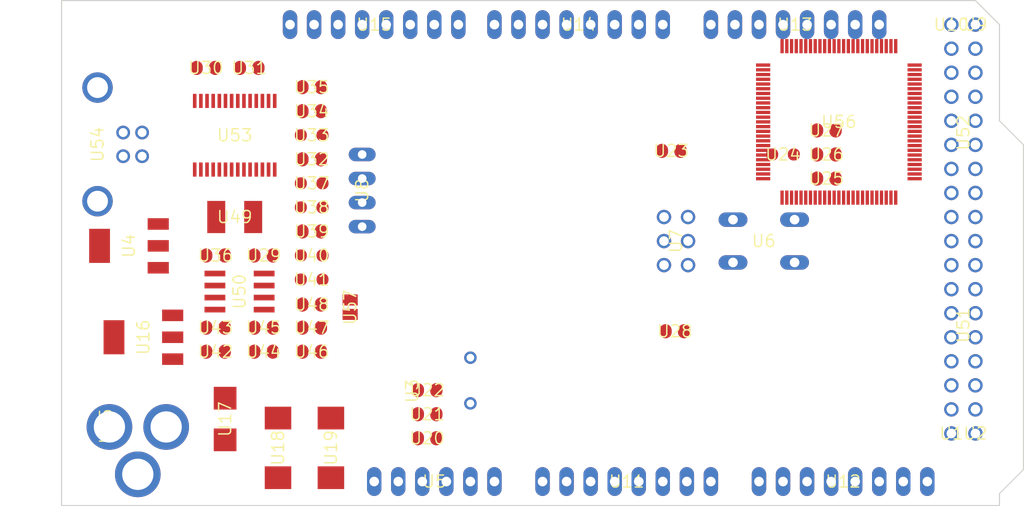
<source format=kicad_pcb>
(kicad_pcb (version 20221018) (generator pcbnew)
  (layers (0 "F.Cu" signal "Top") (31 "B.Cu" signal "Bottom") (34 "B.Paste" user) (35 "F.Paste" user) (36 "B.SilkS" user "B.Silkscreen") (37 "F.SilkS" user "F.Silkscreen") (38 "B.Mask" user) (39 "F.Mask" user) (44 "Edge.Cuts" user))
  (net 0 "")
  (net 1 "+5V")
  (net 2 "GND")
  (net 3 "N$6")
  (net 4 "N$7")
  (net 5 "AREF")
  (net 6 "RESET")
  (net 7 "VIN")
  (net 8 "N$3")
  (net 9 "PWRIN")
  (net 10 "M8RXD")
  (net 11 "M8TXD")
  (net 12 "ADC0")
  (net 13 "ADC2")
  (net 14 "ADC1")
  (net 15 "ADC3")
  (net 16 "ADC4")
  (net 17 "ADC5")
  (net 18 "ADC6")
  (net 19 "ADC7")
  (net 20 "+3V3")
  (net 21 "SDA")
  (net 22 "SCL")
  (net 23 "ADC9")
  (net 24 "ADC8")
  (net 25 "ADC10")
  (net 26 "ADC11")
  (net 27 "ADC12")
  (net 28 "ADC13")
  (net 29 "ADC14")
  (net 30 "ADC15")
  (net 31 "PB3")
  (net 32 "PB2")
  (net 33 "PB1")
  (net 34 "PB5")
  (net 35 "PB4")
  (net 36 "PE5")
  (net 37 "PE4")
  (net 38 "PE3")
  (net 39 "PE1")
  (net 40 "PE0")
  (net 41 "N$15")
  (net 42 "N$53")
  (net 43 "N$54")
  (net 44 "N$55")
  (net 45 "D-")
  (net 46 "D+")
  (net 47 "N$60")
  (net 48 "DTR")
  (net 49 "USBVCC")
  (net 50 "N$2")
  (net 51 "N$4")
  (net 52 "GATE_CMD")
  (net 53 "CMP")
  (net 54 "PB6")
  (net 55 "PH3")
  (net 56 "PH4")
  (net 57 "PH5")
  (net 58 "PH6")
  (net 59 "PG5")
  (net 60 "RXD1")
  (net 61 "TXD1")
  (net 62 "RXD2")
  (net 63 "RXD3")
  (net 64 "TXD2")
  (net 65 "TXD3")
  (net 66 "PC0")
  (net 67 "PC1")
  (net 68 "PC2")
  (net 69 "PC3")
  (net 70 "PC4")
  (net 71 "PC5")
  (net 72 "PC6")
  (net 73 "PC7")
  (net 74 "PB0")
  (net 75 "PG0")
  (net 76 "PG1")
  (net 77 "PG2")
  (net 78 "PD7")
  (net 79 "PA0")
  (net 80 "PA1")
  (net 81 "PA2")
  (net 82 "PA3")
  (net 83 "PA4")
  (net 84 "PA5")
  (net 85 "PA6")
  (net 86 "PA7")
  (net 87 "PL0")
  (net 88 "PL1")
  (net 89 "PL2")
  (net 90 "PL3")
  (net 91 "PL4")
  (net 92 "PL5")
  (net 93 "PL6")
  (net 94 "PL7")
  (net 95 "PB7")
  (net 96 "CTS")
  (net 97 "DSR")
  (net 98 "DCD")
  (net 99 "RI")
  (footprint "Arduino_MEGA_Reference_Design:2X03" (layer "F.Cu") (at 162.5981 103.7336 -90)
    (fp_text reference "U7")
    (fp_text value "")
  )
  (footprint "Arduino_MEGA_Reference_Design:1X08" (layer "F.Cu") (at 152.3111 80.8736 180)
    (fp_text reference "U14")
    (fp_text value "")
  )
  (footprint "Arduino_MEGA_Reference_Design:1X08" (layer "F.Cu") (at 130.7211 80.8736 180)
    (fp_text reference "U15")
    (fp_text value "")
  )
  (footprint "Arduino_MEGA_Reference_Design:SMC_D" (layer "F.Cu") (at 120.5611 125.5776 -90)
    (fp_text reference "U18")
    (fp_text value "")
  )
  (footprint "Arduino_MEGA_Reference_Design:SMC_D" (layer "F.Cu") (at 126.1491 125.5776 -90)
    (fp_text reference "U19")
    (fp_text value "")
  )
  (footprint "Arduino_MEGA_Reference_Design:B3F-10XX" (layer "F.Cu") (at 171.8691 103.7336 180)
    (fp_text reference "U6")
    (fp_text value "")
  )
  (footprint "Arduino_MEGA_Reference_Design:0805RND" (layer "F.Cu") (at 173.9011 94.5896 180)
    (fp_text reference "U24")
    (fp_text value "")
  )
  (footprint "Arduino_MEGA_Reference_Design:SMB" (layer "F.Cu") (at 114.9731 122.5296 -90)
    (fp_text reference "U17")
    (fp_text value "")
  )
  (footprint "Arduino_MEGA_Reference_Design:DC-21MM" (layer "F.Cu") (at 103.0351 123.2916 90)
    (fp_text reference "U55")
    (fp_text value "")
  )
  (footprint "Arduino_MEGA_Reference_Design:HC49_S" (layer "F.Cu") (at 140.8811 118.4656 90)
    (fp_text reference "U3")
    (fp_text value "")
  )
  (footprint "Arduino_MEGA_Reference_Design:SOT223" (layer "F.Cu") (at 106.3371 113.8936 90)
    (fp_text reference "U16")
    (fp_text value "")
  )
  (footprint "Arduino_MEGA_Reference_Design:1X06" (layer "F.Cu") (at 137.0711 129.1336)
    (fp_text reference "U5")
    (fp_text value "")
  )
  (footprint "Arduino_MEGA_Reference_Design:C0805RND" (layer "F.Cu") (at 124.1171 87.4776)
    (fp_text reference "U35")
    (fp_text value "")
  )
  (footprint "Arduino_MEGA_Reference_Design:C0805RND" (layer "F.Cu") (at 162.4711 113.2586)
    (fp_text reference "U28")
    (fp_text value "")
  )
  (footprint "Arduino_MEGA_Reference_Design:C0805RND" (layer "F.Cu") (at 136.3091 122.0216)
    (fp_text reference "U21")
    (fp_text value "")
  )
  (footprint "Arduino_MEGA_Reference_Design:C0805RND" (layer "F.Cu") (at 136.3091 119.4816)
    (fp_text reference "U22")
    (fp_text value "")
  )
  (footprint "Arduino_MEGA_Reference_Design:C0805RND" (layer "F.Cu") (at 113.9571 112.8776)
    (fp_text reference "U43")
    (fp_text value "")
  )
  (footprint "Arduino_MEGA_Reference_Design:RCL_0805RND" (layer "F.Cu") (at 124.1171 105.2576)
    (fp_text reference "U40")
    (fp_text value "")
  )
  (footprint "Arduino_MEGA_Reference_Design:RCL_0805RND" (layer "F.Cu") (at 124.1171 107.7976)
    (fp_text reference "U41")
    (fp_text value "")
  )
  (footprint "Arduino_MEGA_Reference_Design:1X08" (layer "F.Cu") (at 157.3911 129.1336)
    (fp_text reference "U11")
    (fp_text value "")
  )
  (footprint "Arduino_MEGA_Reference_Design:1X08" (layer "F.Cu") (at 175.1711 80.8736 180)
    (fp_text reference "U13")
    (fp_text value "")
  )
  (footprint "Arduino_MEGA_Reference_Design:R0805RND" (layer "F.Cu") (at 178.4731 94.5896 180)
    (fp_text reference "U26")
    (fp_text value "")
  )
  (footprint "Arduino_MEGA_Reference_Design:R0805RND" (layer "F.Cu") (at 178.4731 92.0496 180)
    (fp_text reference "U27")
    (fp_text value "")
  )
  (footprint "Arduino_MEGA_Reference_Design:TQFP100" (layer "F.Cu") (at 179.800048828125 91.14759826660156 0)
    (fp_text reference "U56")
    (fp_text value "")
  )
  (footprint "Arduino_MEGA_Reference_Design:C0805RND" (layer "F.Cu") (at 162.0901 94.2086 180)
    (fp_text reference "U23")
    (fp_text value "")
  )
  (footprint "Arduino_MEGA_Reference_Design:C0805RND" (layer "F.Cu") (at 136.3091 124.5616)
    (fp_text reference "U20")
    (fp_text value "")
  )
  (footprint "Arduino_MEGA_Reference_Design:1X08" (layer "F.Cu") (at 180.2511 129.1336)
    (fp_text reference "U12")
    (fp_text value "")
  )
  (footprint "Arduino_MEGA_Reference_Design:R0805RND" (layer "F.Cu") (at 124.1171 112.8776)
    (fp_text reference "U47")
    (fp_text value "")
  )
  (footprint "Arduino_MEGA_Reference_Design:C0805RND" (layer "F.Cu") (at 124.1171 115.4176)
    (fp_text reference "U46")
    (fp_text value "")
  )
  (footprint "Arduino_MEGA_Reference_Design:C0805RND" (layer "F.Cu") (at 113.9571 105.2576)
    (fp_text reference "U36")
    (fp_text value "")
  )
  (footprint "Arduino_MEGA_Reference_Design:C0805RND" (layer "F.Cu") (at 112.9411 85.4456)
    (fp_text reference "U30")
    (fp_text value "")
  )
  (footprint "Arduino_MEGA_Reference_Design:0805RND" (layer "F.Cu") (at 124.1171 100.1776 180)
    (fp_text reference "U38")
    (fp_text value "")
  )
  (footprint "Arduino_MEGA_Reference_Design:0805RND" (layer "F.Cu") (at 124.1171 97.6376 180)
    (fp_text reference "U37")
    (fp_text value "")
  )
  (footprint "Arduino_MEGA_Reference_Design:R0805RND" (layer "F.Cu") (at 124.1171 95.0976)
    (fp_text reference "U32")
    (fp_text value "")
  )
  (footprint "Arduino_MEGA_Reference_Design:R0805RND" (layer "F.Cu") (at 124.1171 102.7176)
    (fp_text reference "U39")
    (fp_text value "")
  )
  (footprint "Arduino_MEGA_Reference_Design:SSOP28" (layer "F.Cu") (at 115.9891 92.5576)
    (fp_text reference "U53")
    (fp_text value "")
  )
  (footprint "Arduino_MEGA_Reference_Design:PN61729" (layer "F.Cu") (at 98.9584 93.5228 -90)
    (fp_text reference "U54")
    (fp_text value "")
  )
  (footprint "Arduino_MEGA_Reference_Design:L1812" (layer "F.Cu") (at 115.9891 101.1936)
    (fp_text reference "U49")
    (fp_text value "")
  )
  (footprint "Arduino_MEGA_Reference_Design:C0805RND" (layer "F.Cu") (at 117.5131 85.4456)
    (fp_text reference "U31")
    (fp_text value "")
  )
  (footprint "Arduino_MEGA_Reference_Design:0805RND" (layer "F.Cu") (at 124.1171 92.5576 180)
    (fp_text reference "U33")
    (fp_text value "")
  )
  (footprint "Arduino_MEGA_Reference_Design:R0805RND" (layer "F.Cu") (at 124.1171 90.0176 180)
    (fp_text reference "U34")
    (fp_text value "")
  )
  (footprint "Arduino_MEGA_Reference_Design:C0805RND" (layer "F.Cu") (at 124.1171 110.4392 180)
    (fp_text reference "U48")
    (fp_text value "")
  )
  (footprint "Arduino_MEGA_Reference_Design:SOT223" (layer "F.Cu") (at 104.8131 104.2416 90)
    (fp_text reference "U4")
    (fp_text value "")
  )
  (footprint "Arduino_MEGA_Reference_Design:SO08" (layer "F.Cu") (at 116.4971 109.0676 -90)
    (fp_text reference "U50")
    (fp_text value "")
  )
  (footprint "Arduino_MEGA_Reference_Design:R0805RND" (layer "F.Cu") (at 113.9571 115.4176 180)
    (fp_text reference "U42")
    (fp_text value "")
  )
  (footprint "Arduino_MEGA_Reference_Design:R0805RND" (layer "F.Cu") (at 119.0371 112.8776 180)
    (fp_text reference "U45")
    (fp_text value "")
  )
  (footprint "Arduino_MEGA_Reference_Design:C0805RND" (layer "F.Cu") (at 119.0371 115.4176 180)
    (fp_text reference "U44")
    (fp_text value "")
  )
  (footprint "Arduino_MEGA_Reference_Design:C0805RND" (layer "F.Cu") (at 119.0371 105.2576)
    (fp_text reference "U29")
    (fp_text value "")
  )
  (footprint "Arduino_MEGA_Reference_Design:2X08" (layer "F.Cu") (at 192.9511 92.3036 90)
    (fp_text reference "U52")
    (fp_text value "")
  )
  (footprint "Arduino_MEGA_Reference_Design:2X08" (layer "F.Cu") (at 192.9511 112.6236 90)
    (fp_text reference "U51")
    (fp_text value "")
  )
  (footprint "Arduino_MEGA_Reference_Design:R0805RND" (layer "F.Cu") (at 178.4731 97.1296 180)
    (fp_text reference "U25")
    (fp_text value "")
  )
  (footprint "Arduino_MEGA_Reference_Design:1X01" (layer "F.Cu") (at 191.6811 80.8736)
    (fp_text reference "U10")
    (fp_text value "")
  )
  (footprint "Arduino_MEGA_Reference_Design:1X01" (layer "F.Cu") (at 194.2211 80.8736)
    (fp_text reference "U9")
    (fp_text value "")
  )
  (footprint "Arduino_MEGA_Reference_Design:1X01" (layer "F.Cu") (at 191.6811 124.0536)
    (fp_text reference "U1")
    (fp_text value "")
  )
  (footprint "Arduino_MEGA_Reference_Design:1X01" (layer "F.Cu") (at 194.2211 124.0536)
    (fp_text reference "U2")
    (fp_text value "")
  )
  (footprint "Arduino_MEGA_Reference_Design:SJ" (layer "F.Cu") (at 128.1811 110.7186 -90)
    (fp_text reference "U57")
    (fp_text value "")
  )
  (footprint "Arduino_MEGA_Reference_Design:JP4" (layer "F.Cu") (at 129.4511 98.3996 -90)
    (fp_text reference "U8")
    (fp_text value "")
  )
  (gr_line (start 196.7611 80.8736) (end 196.7611 91.0336) (layer "Edge.Cuts") (width 0.12))
  (gr_line (start 196.7611 130.4036) (end 196.7611 131.6736) (layer "Edge.Cuts") (width 0.12))
  (gr_line (start 194.2211 78.3336) (end 196.7611 80.8736) (layer "Edge.Cuts") (width 0.12))
  (gr_line (start 97.7011 78.3336) (end 194.2211 78.3336) (layer "Edge.Cuts") (width 0.12))
  (gr_line (start 196.7611 91.0336) (end 199.3011 93.5736) (layer "Edge.Cuts") (width 0.12))
  (gr_line (start 97.7011 131.6736) (end 97.7011 78.3336) (layer "Edge.Cuts") (width 0.12))
  (gr_line (start 196.7611 131.6736) (end 97.7011 131.6736) (layer "Edge.Cuts") (width 0.12))
  (gr_line (start 199.3011 93.5736) (end 199.3011 127.8636) (layer "Edge.Cuts") (width 0.12))
  (gr_line (start 199.3011 127.8636) (end 196.7611 130.4036) (layer "Edge.Cuts") (width 0.12))
)
</source>
